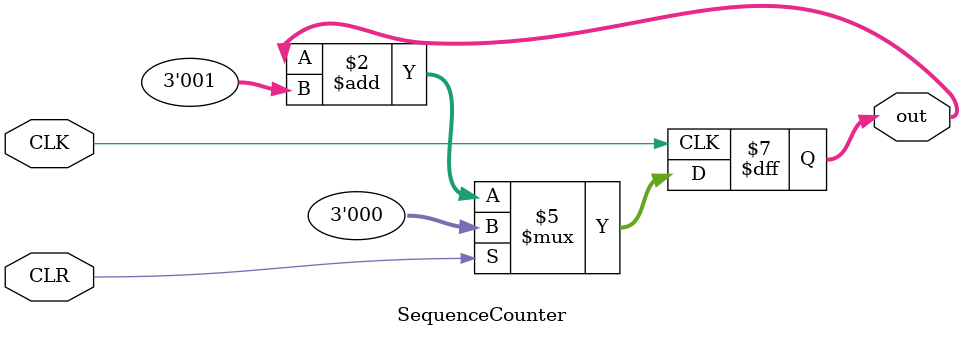
<source format=v>
module SequenceCounter(CLR, CLK, out);

	input CLR, CLK;
	output reg [2:0] out;
	
	initial out = 0;

	always @ (posedge CLK)
		begin
			if(CLR)
				out = 3'b000;
			else
				out = out + 3'b001;
		end
		
endmodule

</source>
